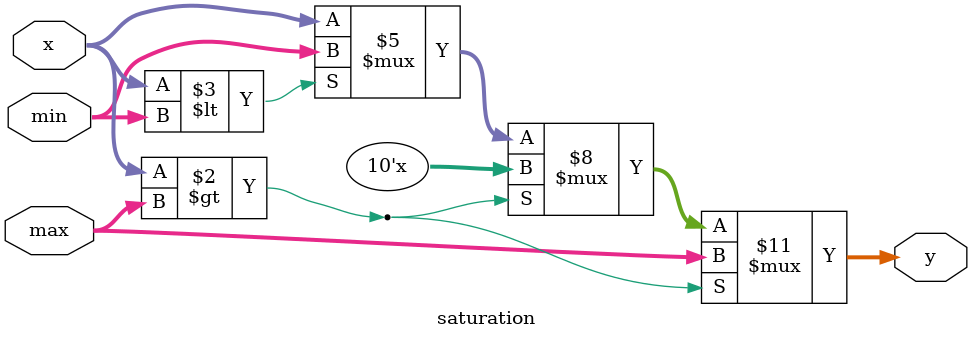
<source format=sv>
`timescale 1ns / 1ps

module saturation #(
    parameter int N = 10,
    parameter int F = 9
)(
    input logic signed [N-1:0] x,
    input logic signed [N-1:0] max,
    input logic signed [N-1:0] min,
    output logic signed [N-1:0] y
);

    always_comb begin
        if (x > max) begin
            y = max;
        end else if (x < min) begin
            y = min;
        end else begin
            y = x;
        end
    end

endmodule
</source>
